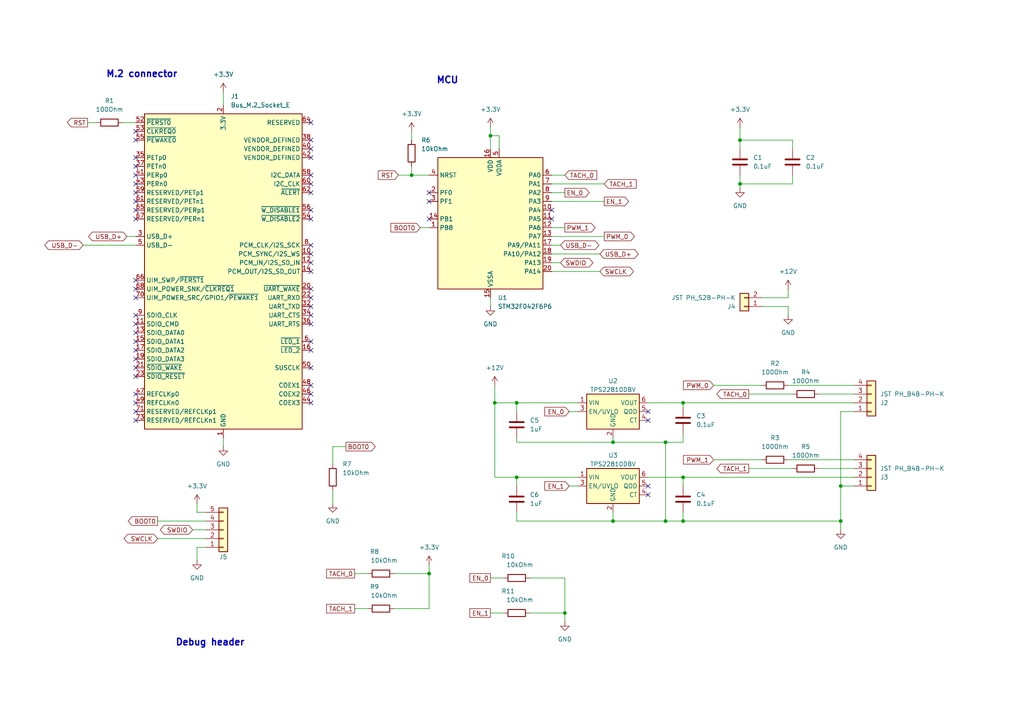
<source format=kicad_sch>
(kicad_sch (version 20250114) (generator "eeschema") (generator_version "9.0")
  (paper "A4")
  (lib_symbols
    (symbol "Connector:Bus_M.2_Socket_E"
      (property "Reference" "J" (at -22.86 46.99 0))
      (property "Value" "Bus_M.2_Socket_E" (at 16.51 46.99 0))
      (symbol "Bus_M.2_Socket_E_0_1"
        (rectangle (start -22.86 45.72) (end 22.86 -45.72) (stroke (width 0.254)) (fill (type background)))
      )
      (symbol "Bus_M.2_Socket_E_1_1"
        (pin output line (at -25.4 43.18 0) (length 2.54) (name "~{PERST0}") (number "52"))
        (pin bidirectional line (at -25.4 40.64 0) (length 2.54) (name "~{CLKREQ0}") (number "53"))
        (pin bidirectional line (at -25.4 38.1 0) (length 2.54) (name "~{PEWAKE0}") (number "55"))
        (pin output line (at -25.4 33.02 0) (length 2.54) (name "PETp0") (number "35"))
        (pin output line (at -25.4 30.48 0) (length 2.54) (name "PETn0") (number "37"))
        (pin input line (at -25.4 27.94 0) (length 2.54) (name "PERp0") (number "41"))
        (pin input line (at -25.4 25.4 0) (length 2.54) (name "PERn0") (number "43"))
        (pin output line (at -25.4 22.86 0) (length 2.54) (name "RESERVED/PETp1") (number "59"))
        (pin output line (at -25.4 20.32 0) (length 2.54) (name "RESERVED/PETn1") (number "61"))
        (pin input line (at -25.4 17.78 0) (length 2.54) (name "RESERVED/PERp1") (number "65"))
        (pin input line (at -25.4 15.24 0) (length 2.54) (name "RESERVED/PERn1") (number "67"))
        (pin bidirectional line (at -25.4 10.16 0) (length 2.54) (name "USB_D+") (number "3"))
        (pin bidirectional line (at -25.4 7.62 0) (length 2.54) (name "USB_D-") (number "5"))
        (pin output line (at -25.4 -2.54 0) (length 2.54) (name "UIM_SWP/~{PERST1}") (number "66"))
        (pin bidirectional line (at -25.4 -5.08 0) (length 2.54) (name "UIM_POWER_SNK/~{CLKREQ1}") (number "68"))
        (pin bidirectional line (at -25.4 -7.62 0) (length 2.54) (name "UIM_POWER_SRC/GPIO1/~{PEWAKE1}") (number "70"))
        (pin output line (at -25.4 -12.7 0) (length 2.54) (name "SDIO_CLK") (number "9"))
        (pin bidirectional line (at -25.4 -15.24 0) (length 2.54) (name "SDIO_CMD") (number "11"))
        (pin bidirectional line (at -25.4 -17.78 0) (length 2.54) (name "SDIO_DATA0") (number "13"))
        (pin bidirectional line (at -25.4 -20.32 0) (length 2.54) (name "SDIO_DATA1") (number "15"))
        (pin bidirectional line (at -25.4 -22.86 0) (length 2.54) (name "SDIO_DATA2") (number "17"))
        (pin bidirectional line (at -25.4 -25.4 0) (length 2.54) (name "SDIO_DATA3") (number "19"))
        (pin input line (at -25.4 -27.94 0) (length 2.54) (name "~{SDIO_WAKE}") (number "21"))
        (pin output line (at -25.4 -30.48 0) (length 2.54) (name "~{SDIO_RESET}") (number "23"))
        (pin output line (at -25.4 -35.56 0) (length 2.54) (name "REFCLKp0") (number "47"))
        (pin output line (at -25.4 -38.1 0) (length 2.54) (name "REFCLKn0") (number "49"))
        (pin output line (at -25.4 -40.64 0) (length 2.54) (name "RESERVED/REFCLKp1") (number "71"))
        (pin output line (at -25.4 -43.18 0) (length 2.54) (name "RESERVED/REFCLKn1") (number "73"))
        (pin power_in line (at 0 48.26 270) (length 2.54) (name "3.3V") (number "2"))
        (pin passive line (at 0 48.26 270) (length 2.54) (hide yes) (name "3.3V") (number "4"))
        (pin passive line (at 0 48.26 270) (length 2.54) (hide yes) (name "3.3V") (number "72"))
        (pin passive line (at 0 48.26 270) (length 2.54) (hide yes) (name "3.3V") (number "74"))
        (pin power_in line (at 0 -48.26 90) (length 2.54) (name "GND") (number "1"))
        (pin passive line (at 0 -48.26 90) (length 2.54) (hide yes) (name "GND") (number "18"))
        (pin passive line (at 0 -48.26 90) (length 2.54) (hide yes) (name "GND") (number "33"))
        (pin passive line (at 0 -48.26 90) (length 2.54) (hide yes) (name "GND") (number "39"))
        (pin passive line (at 0 -48.26 90) (length 2.54) (hide yes) (name "GND") (number "45"))
        (pin passive line (at 0 -48.26 90) (length 2.54) (hide yes) (name "GND") (number "51"))
        (pin passive line (at 0 -48.26 90) (length 2.54) (hide yes) (name "GND") (number "57"))
        (pin passive line (at 0 -48.26 90) (length 2.54) (hide yes) (name "GND") (number "63"))
        (pin passive line (at 0 -48.26 90) (length 2.54) (hide yes) (name "GND") (number "69"))
        (pin passive line (at 0 -48.26 90) (length 2.54) (hide yes) (name "GND") (number "7"))
        (pin passive line (at 0 -48.26 90) (length 2.54) (hide yes) (name "GND") (number "75"))
        (pin passive line (at 25.4 43.18 180) (length 2.54) (name "RESERVED") (number "64"))
        (pin passive line (at 25.4 38.1 180) (length 2.54) (name "VENDOR_DEFINED") (number "38"))
        (pin passive line (at 25.4 35.56 180) (length 2.54) (name "VENDOR_DEFINED") (number "40"))
        (pin passive line (at 25.4 33.02 180) (length 2.54) (name "VENDOR_DEFINED") (number "42"))
        (pin bidirectional line (at 25.4 27.94 180) (length 2.54) (name "I2C_DATA") (number "58"))
        (pin output line (at 25.4 25.4 180) (length 2.54) (name "I2C_CLK") (number "60"))
        (pin input line (at 25.4 22.86 180) (length 2.54) (name "~{ALERT}") (number "62"))
        (pin output line (at 25.4 17.78 180) (length 2.54) (name "~{W_DISABLE1}") (number "56"))
        (pin output line (at 25.4 15.24 180) (length 2.54) (name "~{W_DISABLE2}") (number "54"))
        (pin bidirectional line (at 25.4 7.62 180) (length 2.54) (name "PCM_CLK/I2S_SCK") (number "8"))
        (pin bidirectional line (at 25.4 5.08 180) (length 2.54) (name "PCM_SYNC/I2S_WS") (number "10"))
        (pin input line (at 25.4 2.54 180) (length 2.54) (name "PCM_IN/I2S_SD_IN") (number "12"))
        (pin output line (at 25.4 0 180) (length 2.54) (name "PCM_OUT/I2S_SD_OUT") (number "14"))
        (pin input line (at 25.4 -5.08 180) (length 2.54) (name "~{UART_WAKE}") (number "20"))
        (pin input line (at 25.4 -7.62 180) (length 2.54) (name "UART_RXD") (number "22"))
        (pin output line (at 25.4 -10.16 180) (length 2.54) (name "UART_TXD") (number "32"))
        (pin input line (at 25.4 -12.7 180) (length 2.54) (name "UART_CTS") (number "34"))
        (pin output line (at 25.4 -15.24 180) (length 2.54) (name "UART_RTS") (number "36"))
        (pin open_collector line (at 25.4 -20.32 180) (length 2.54) (name "~{LED_1}") (number "6"))
        (pin open_collector line (at 25.4 -22.86 180) (length 2.54) (name "~{LED_2}") (number "16"))
        (pin output line (at 25.4 -27.94 180) (length 2.54) (name "SUSCLK") (number "50"))
        (pin bidirectional line (at 25.4 -33.02 180) (length 2.54) (name "COEX1") (number "48"))
        (pin bidirectional line (at 25.4 -35.56 180) (length 2.54) (name "COEX2") (number "46"))
        (pin bidirectional line (at 25.4 -38.1 180) (length 2.54) (name "COEX3") (number "44"))
      )
    )
    (symbol "Connector_Generic:Conn_01x02" (pin_names (offset 1.016) (hide yes))
      (property "Reference" "J" (at 0 2.54 0))
      (property "Value" "Conn_01x02" (at 0 -5.08 0))
      (symbol "Conn_01x02_1_1"
        (rectangle (start -1.27 1.27) (end 1.27 -3.81) (stroke (width 0.254)) (fill (type background)))
        (rectangle (start -1.27 0.127) (end 0 -0.127) (stroke (width 0.1524)))
        (rectangle (start -1.27 -2.413) (end 0 -2.667) (stroke (width 0.1524)))
        (pin passive line (at -5.08 0 0) (length 3.81) (name "Pin_1") (number "1"))
        (pin passive line (at -5.08 -2.54 0) (length 3.81) (name "Pin_2") (number "2"))
      )
    )
    (symbol "Connector_Generic:Conn_01x04" (pin_names (offset 1.016) (hide yes))
      (property "Reference" "J" (at 0 5.08 0))
      (property "Value" "Conn_01x04" (at 0 -7.62 0))
      (symbol "Conn_01x04_1_1"
        (rectangle (start -1.27 3.81) (end 1.27 -6.35) (stroke (width 0.254)) (fill (type background)))
        (rectangle (start -1.27 2.667) (end 0 2.413) (stroke (width 0.1524)))
        (rectangle (start -1.27 0.127) (end 0 -0.127) (stroke (width 0.1524)))
        (rectangle (start -1.27 -2.413) (end 0 -2.667) (stroke (width 0.1524)))
        (rectangle (start -1.27 -4.953) (end 0 -5.207) (stroke (width 0.1524)))
        (pin passive line (at -5.08 2.54 0) (length 3.81) (name "Pin_1") (number "1"))
        (pin passive line (at -5.08 0 0) (length 3.81) (name "Pin_2") (number "2"))
        (pin passive line (at -5.08 -2.54 0) (length 3.81) (name "Pin_3") (number "3"))
        (pin passive line (at -5.08 -5.08 0) (length 3.81) (name "Pin_4") (number "4"))
      )
    )
    (symbol "Connector_Generic:Conn_01x05" (pin_names (offset 1.016) (hide yes))
      (property "Reference" "J" (at 0 7.62 0))
      (property "Value" "Conn_01x05" (at 0 -7.62 0))
      (symbol "Conn_01x05_1_1"
        (rectangle (start -1.27 6.35) (end 1.27 -6.35) (stroke (width 0.254)) (fill (type background)))
        (rectangle (start -1.27 5.207) (end 0 4.953) (stroke (width 0.1524)))
        (rectangle (start -1.27 2.667) (end 0 2.413) (stroke (width 0.1524)))
        (rectangle (start -1.27 0.127) (end 0 -0.127) (stroke (width 0.1524)))
        (rectangle (start -1.27 -2.413) (end 0 -2.667) (stroke (width 0.1524)))
        (rectangle (start -1.27 -4.953) (end 0 -5.207) (stroke (width 0.1524)))
        (pin passive line (at -5.08 5.08 0) (length 3.81) (name "Pin_1") (number "1"))
        (pin passive line (at -5.08 2.54 0) (length 3.81) (name "Pin_2") (number "2"))
        (pin passive line (at -5.08 0 0) (length 3.81) (name "Pin_3") (number "3"))
        (pin passive line (at -5.08 -2.54 0) (length 3.81) (name "Pin_4") (number "4"))
        (pin passive line (at -5.08 -5.08 0) (length 3.81) (name "Pin_5") (number "5"))
      )
    )
    (symbol "Device:C" (pin_numbers (hide yes)) (pin_names (offset 0.254))
      (property "Reference" "C" (at 0.635 2.54 0))
      (property "Value" "C" (at 0.635 -2.54 0))
      (symbol "C_0_1"
        (polyline (pts (xy -2.032 0.762) (xy 2.032 0.762)) (stroke (width 0.508)))
        (polyline (pts (xy -2.032 -0.762) (xy 2.032 -0.762)) (stroke (width 0.508)))
      )
      (symbol "C_1_1"
        (pin passive line (at 0 3.81 270) (length 2.794) (name "~") (number "1"))
        (pin passive line (at 0 -3.81 90) (length 2.794) (name "~") (number "2"))
      )
    )
    (symbol "Device:R" (pin_numbers (hide yes)) (pin_names (offset 0))
      (property "Reference" "R" (at 2.032 0 90))
      (property "Value" "R" (at 0 0 90))
      (symbol "R_0_1"
        (rectangle (start -1.016 -2.54) (end 1.016 2.54) (stroke (width 0.254)))
      )
      (symbol "R_1_1"
        (pin passive line (at 0 3.81 270) (length 1.27) (name "~") (number "1"))
        (pin passive line (at 0 -3.81 90) (length 1.27) (name "~") (number "2"))
      )
    )
    (symbol "MCU_ST_STM32F0:STM32F042F6Px"
      (property "Reference" "U" (at -15.24 21.59 0))
      (property "Value" "STM32F042F6Px" (at 5.08 21.59 0))
      (symbol "STM32F042F6Px_0_1"
        (rectangle (start -15.24 -17.78) (end 15.24 20.32) (stroke (width 0.254)) (fill (type background)))
      )
      (symbol "STM32F042F6Px_1_1"
        (pin input line (at -17.78 15.24 0) (length 2.54) (name "NRST") (number "4"))
        (pin bidirectional line (at -17.78 10.16 0) (length 2.54) (name "PF0") (number "2"))
        (pin bidirectional line (at -17.78 7.62 0) (length 2.54) (name "PF1") (number "3"))
        (pin bidirectional line (at -17.78 2.54 0) (length 2.54) (name "PB1") (number "14"))
        (pin bidirectional line (at -17.78 0 0) (length 2.54) (name "PB8") (number "1"))
        (pin power_in line (at 0 22.86 270) (length 2.54) (name "VDD") (number "16"))
        (pin power_in line (at 0 -20.32 90) (length 2.54) (name "VSSA") (number "15"))
        (pin power_in line (at 2.54 22.86 270) (length 2.54) (name "VDDA") (number "5"))
        (pin bidirectional line (at 17.78 15.24 180) (length 2.54) (name "PA0") (number "6"))
        (pin bidirectional line (at 17.78 12.7 180) (length 2.54) (name "PA1") (number "7"))
        (pin bidirectional line (at 17.78 10.16 180) (length 2.54) (name "PA2") (number "8"))
        (pin bidirectional line (at 17.78 7.62 180) (length 2.54) (name "PA3") (number "9"))
        (pin bidirectional line (at 17.78 5.08 180) (length 2.54) (name "PA4") (number "10"))
        (pin bidirectional line (at 17.78 2.54 180) (length 2.54) (name "PA5") (number "11"))
        (pin bidirectional line (at 17.78 0 180) (length 2.54) (name "PA6") (number "12"))
        (pin bidirectional line (at 17.78 -2.54 180) (length 2.54) (name "PA7") (number "13"))
        (pin bidirectional line (at 17.78 -5.08 180) (length 2.54) (name "PA9/PA11") (number "17"))
        (pin bidirectional line (at 17.78 -7.62 180) (length 2.54) (name "PA10/PA12") (number "18"))
        (pin bidirectional line (at 17.78 -10.16 180) (length 2.54) (name "PA13") (number "19"))
        (pin bidirectional line (at 17.78 -12.7 180) (length 2.54) (name "PA14") (number "20"))
      )
    )
    (symbol "Power_Management:TPS22810DBV"
      (property "Reference" "U2" (at 0 10.16 0))
      (property "Value" "TPS22810DBV" (at 0 7.62 0))
      (symbol "TPS22810DBV_1_1"
        (rectangle (start -7.62 5.08) (end 7.62 -5.08) (stroke (width 0.254)) (fill (type background)))
        (pin power_in line (at -10.16 2.54 0) (length 2.54) (name "VIN") (number "1"))
        (pin input line (at -10.16 0 0) (length 2.54) (name "EN/UVLO") (number "3"))
        (pin power_in line (at 0 -7.62 90) (length 2.54) (name "GND") (number "2"))
        (pin power_out line (at 10.16 2.54 180) (length 2.54) (name "VOUT") (number "6"))
        (pin open_collector line (at 10.16 0 180) (length 2.54) (name "QOD") (number "5"))
        (pin output line (at 10.16 -2.54 180) (length 2.54) (name "CT") (number "4"))
      )
    )
    (symbol "power:+12V" (power) (pin_numbers (hide yes)) (pin_names (offset 0) (hide yes))
      (property "Value" "+12V" (at 0 3.556 0))
      (symbol "+12V_0_1"
        (polyline (pts (xy -0.762 1.27) (xy 0 2.54)))
        (polyline (pts (xy 0 2.54) (xy 0.762 1.27)))
        (polyline (pts (xy 0 0) (xy 0 2.54)))
      )
      (symbol "+12V_1_1"
        (pin power_in line (at 0 0 90) (length 0) (name "~") (number "1"))
      )
    )
    (symbol "power:+3.3V" (power) (pin_numbers (hide yes)) (pin_names (offset 0) (hide yes))
      (property "Value" "+3.3V" (at 0 3.556 0))
      (symbol "+3.3V_0_1"
        (polyline (pts (xy -0.762 1.27) (xy 0 2.54)))
        (polyline (pts (xy 0 2.54) (xy 0.762 1.27)))
        (polyline (pts (xy 0 0) (xy 0 2.54)))
      )
      (symbol "+3.3V_1_1"
        (pin power_in line (at 0 0 90) (length 0) (name "~") (number "1"))
      )
    )
    (symbol "power:GND" (power) (pin_numbers (hide yes)) (pin_names (offset 0) (hide yes))
      (property "Value" "GND" (at 0 -3.81 0))
      (symbol "GND_0_1"
        (polyline (pts (xy 0 0) (xy 0 -1.27) (xy 1.27 -1.27) (xy 0 -2.54) (xy -1.27 -1.27) (xy 0 -1.27)))
      )
      (symbol "GND_1_1"
        (pin power_in line (at 0 0 270) (length 0) (name "~") (number "1"))
      )
    )
  )
  (text "M.2 connector" (at 41.148 21.59 0) (effects (font (size 1.905 1.905) (thickness 0.381) (bold yes))))
  (text "MCU\n" (at 129.794 23.368 0) (effects (font (size 1.905 1.905) (thickness 0.381) (bold yes))))
  (text "Debug header" (at 60.96 186.436 0) (effects (font (size 1.905 1.905) (thickness 0.381) (bold yes))))
  (junction (at 177.8 128.27))
  (junction (at 193.04 151.13))
  (junction (at 193.04 128.27))
  (junction (at 149.86 138.43))
  (junction (at 214.63 40.64))
  (junction (at 243.84 140.97))
  (junction (at 198.12 151.13))
  (junction (at 143.51 116.84))
  (junction (at 149.86 116.84))
  (junction (at 119.38 50.8))
  (junction (at 124.46 166.37))
  (junction (at 243.84 151.13))
  (junction (at 214.63 53.34))
  (junction (at 142.24 39.37))
  (junction (at 163.83 177.8))
  (junction (at 177.8 151.13))
  (junction (at 198.12 116.84))
  (junction (at 198.12 138.43))
  (no_connect (at 39.37 116.84))
  (no_connect (at 90.17 60.96))
  (no_connect (at 90.17 111.76))
  (no_connect (at 124.46 58.42))
  (no_connect (at 39.37 91.44))
  (no_connect (at 90.17 88.9))
  (no_connect (at 90.17 99.06))
  (no_connect (at 160.02 63.5))
  (no_connect (at 124.46 63.5))
  (no_connect (at 124.46 55.88))
  (no_connect (at 39.37 93.98))
  (no_connect (at 39.37 104.14))
  (no_connect (at 39.37 53.34))
  (no_connect (at 39.37 114.3))
  (no_connect (at 90.17 71.12))
  (no_connect (at 39.37 109.22))
  (no_connect (at 160.02 60.96))
  (no_connect (at 39.37 106.68))
  (no_connect (at 90.17 55.88))
  (no_connect (at 90.17 78.74))
  (no_connect (at 90.17 45.72))
  (no_connect (at 90.17 86.36))
  (no_connect (at 187.96 121.92))
  (no_connect (at 90.17 101.6))
  (no_connect (at 39.37 121.92))
  (no_connect (at 39.37 50.8))
  (no_connect (at 39.37 60.96))
  (no_connect (at 90.17 91.44))
  (no_connect (at 39.37 48.26))
  (no_connect (at 39.37 86.36))
  (no_connect (at 39.37 45.72))
  (no_connect (at 39.37 81.28))
  (no_connect (at 39.37 101.6))
  (no_connect (at 90.17 50.8))
  (no_connect (at 90.17 40.64))
  (no_connect (at 39.37 55.88))
  (no_connect (at 39.37 63.5))
  (no_connect (at 39.37 96.52))
  (no_connect (at 39.37 83.82))
  (no_connect (at 90.17 83.82))
  (no_connect (at 39.37 119.38))
  (no_connect (at 39.37 38.1))
  (no_connect (at 90.17 35.56))
  (no_connect (at 187.96 143.51))
  (no_connect (at 90.17 114.3))
  (no_connect (at 39.37 40.64))
  (no_connect (at 90.17 106.68))
  (no_connect (at 187.96 119.38))
  (no_connect (at 90.17 116.84))
  (no_connect (at 39.37 99.06))
  (no_connect (at 90.17 53.34))
  (no_connect (at 90.17 76.2))
  (no_connect (at 90.17 73.66))
  (no_connect (at 90.17 63.5))
  (no_connect (at 90.17 93.98))
  (no_connect (at 187.96 140.97))
  (no_connect (at 90.17 43.18))
  (no_connect (at 39.37 58.42))
  (wire (pts (xy 198.12 128.27) (xy 193.04 128.27)))
  (wire (pts (xy 45.72 156.21) (xy 59.69 156.21)))
  (wire (pts (xy 35.56 35.56) (xy 39.37 35.56)))
  (wire (pts (xy 114.3 176.53) (xy 124.46 176.53)))
  (wire (pts (xy 149.86 138.43) (xy 167.64 138.43)))
  (wire (pts (xy 149.86 116.84) (xy 167.64 116.84)))
  (wire (pts (xy 45.72 151.13) (xy 59.69 151.13)))
  (wire (pts (xy 96.52 142.24) (xy 96.52 146.05)))
  (wire (pts (xy 143.51 116.84) (xy 149.86 116.84)))
  (wire (pts (xy 142.24 177.8) (xy 146.05 177.8)))
  (wire (pts (xy 237.49 114.3) (xy 247.65 114.3)))
  (wire (pts (xy 193.04 151.13) (xy 198.12 151.13)))
  (wire (pts (xy 124.46 176.53) (xy 124.46 166.37)))
  (wire (pts (xy 198.12 125.73) (xy 198.12 128.27)))
  (wire (pts (xy 229.87 43.18) (xy 229.87 40.64)))
  (wire (pts (xy 160.02 58.42) (xy 175.26 58.42)))
  (wire (pts (xy 220.98 88.9) (xy 228.6 88.9)))
  (wire (pts (xy 149.86 148.59) (xy 149.86 151.13)))
  (wire (pts (xy 207.01 133.35) (xy 220.98 133.35)))
  (wire (pts (xy 121.92 66.04) (xy 124.46 66.04)))
  (wire (pts (xy 160.02 71.12) (xy 162.56 71.12)))
  (wire (pts (xy 64.77 127) (xy 64.77 129.54)))
  (wire (pts (xy 229.87 53.34) (xy 214.63 53.34)))
  (wire (pts (xy 143.51 138.43) (xy 149.86 138.43)))
  (wire (pts (xy 114.3 166.37) (xy 124.46 166.37)))
  (wire (pts (xy 243.84 140.97) (xy 247.65 140.97)))
  (wire (pts (xy 220.98 86.36) (xy 228.6 86.36)))
  (wire (pts (xy 57.15 146.05) (xy 57.15 148.59)))
  (wire (pts (xy 217.17 114.3) (xy 229.87 114.3)))
  (wire (pts (xy 198.12 148.59) (xy 198.12 151.13)))
  (wire (pts (xy 149.86 151.13) (xy 177.8 151.13)))
  (wire (pts (xy 177.8 128.27) (xy 193.04 128.27)))
  (wire (pts (xy 193.04 128.27) (xy 193.04 151.13)))
  (wire (pts (xy 55.88 153.67) (xy 59.69 153.67)))
  (wire (pts (xy 153.67 177.8) (xy 163.83 177.8)))
  (wire (pts (xy 243.84 140.97) (xy 243.84 151.13)))
  (wire (pts (xy 217.17 135.89) (xy 229.87 135.89)))
  (wire (pts (xy 142.24 39.37) (xy 144.78 39.37)))
  (wire (pts (xy 198.12 138.43) (xy 198.12 140.97)))
  (wire (pts (xy 198.12 138.43) (xy 247.65 138.43)))
  (wire (pts (xy 247.65 119.38) (xy 243.84 119.38)))
  (wire (pts (xy 160.02 76.2) (xy 162.56 76.2)))
  (wire (pts (xy 102.87 166.37) (xy 106.68 166.37)))
  (wire (pts (xy 228.6 86.36) (xy 228.6 83.82)))
  (wire (pts (xy 102.87 176.53) (xy 106.68 176.53)))
  (wire (pts (xy 160.02 66.04) (xy 163.83 66.04)))
  (wire (pts (xy 214.63 53.34) (xy 214.63 54.61)))
  (wire (pts (xy 160.02 78.74) (xy 173.99 78.74)))
  (wire (pts (xy 237.49 135.89) (xy 247.65 135.89)))
  (wire (pts (xy 165.1 119.38) (xy 167.64 119.38)))
  (wire (pts (xy 24.13 71.12) (xy 39.37 71.12)))
  (wire (pts (xy 142.24 43.18) (xy 142.24 39.37)))
  (wire (pts (xy 163.83 177.8) (xy 163.83 167.64)))
  (wire (pts (xy 228.6 88.9) (xy 228.6 91.44)))
  (wire (pts (xy 228.6 133.35) (xy 247.65 133.35)))
  (wire (pts (xy 187.96 116.84) (xy 198.12 116.84)))
  (wire (pts (xy 229.87 50.8) (xy 229.87 53.34)))
  (wire (pts (xy 119.38 50.8) (xy 124.46 50.8)))
  (wire (pts (xy 165.1 140.97) (xy 167.64 140.97)))
  (wire (pts (xy 207.01 111.76) (xy 220.98 111.76)))
  (wire (pts (xy 143.51 111.76) (xy 143.51 116.84)))
  (wire (pts (xy 228.6 111.76) (xy 247.65 111.76)))
  (wire (pts (xy 198.12 116.84) (xy 198.12 118.11)))
  (wire (pts (xy 160.02 53.34) (xy 175.26 53.34)))
  (wire (pts (xy 124.46 166.37) (xy 124.46 163.83)))
  (wire (pts (xy 153.67 167.64) (xy 163.83 167.64)))
  (wire (pts (xy 119.38 38.1) (xy 119.38 40.64)))
  (wire (pts (xy 198.12 151.13) (xy 243.84 151.13)))
  (wire (pts (xy 149.86 138.43) (xy 149.86 140.97)))
  (wire (pts (xy 142.24 167.64) (xy 146.05 167.64)))
  (wire (pts (xy 115.57 50.8) (xy 119.38 50.8)))
  (wire (pts (xy 57.15 148.59) (xy 59.69 148.59)))
  (wire (pts (xy 149.86 128.27) (xy 149.86 127)))
  (wire (pts (xy 119.38 48.26) (xy 119.38 50.8)))
  (wire (pts (xy 64.77 26.67) (xy 64.77 30.48)))
  (wire (pts (xy 142.24 86.36) (xy 142.24 88.9)))
  (wire (pts (xy 57.15 162.56) (xy 57.15 158.75)))
  (wire (pts (xy 229.87 40.64) (xy 214.63 40.64)))
  (wire (pts (xy 198.12 116.84) (xy 247.65 116.84)))
  (wire (pts (xy 142.24 36.83) (xy 142.24 39.37)))
  (wire (pts (xy 160.02 73.66) (xy 173.99 73.66)))
  (wire (pts (xy 214.63 40.64) (xy 214.63 43.18)))
  (wire (pts (xy 149.86 128.27) (xy 177.8 128.27)))
  (wire (pts (xy 96.52 129.54) (xy 96.52 134.62)))
  (wire (pts (xy 177.8 151.13) (xy 177.8 148.59)))
  (wire (pts (xy 177.8 127) (xy 177.8 128.27)))
  (wire (pts (xy 177.8 151.13) (xy 193.04 151.13)))
  (wire (pts (xy 96.52 129.54) (xy 100.33 129.54)))
  (wire (pts (xy 160.02 50.8) (xy 163.83 50.8)))
  (wire (pts (xy 214.63 50.8) (xy 214.63 53.34)))
  (wire (pts (xy 163.83 177.8) (xy 163.83 180.34)))
  (wire (pts (xy 187.96 138.43) (xy 198.12 138.43)))
  (wire (pts (xy 243.84 119.38) (xy 243.84 140.97)))
  (wire (pts (xy 160.02 68.58) (xy 175.26 68.58)))
  (wire (pts (xy 57.15 158.75) (xy 59.69 158.75)))
  (wire (pts (xy 149.86 116.84) (xy 149.86 119.38)))
  (wire (pts (xy 214.63 36.83) (xy 214.63 40.64)))
  (wire (pts (xy 36.83 68.58) (xy 39.37 68.58)))
  (wire (pts (xy 160.02 55.88) (xy 163.83 55.88)))
  (wire (pts (xy 143.51 116.84) (xy 143.51 138.43)))
  (wire (pts (xy 144.78 43.18) (xy 144.78 39.37)))
  (wire (pts (xy 25.4 35.56) (xy 27.94 35.56)))
  (wire (pts (xy 243.84 153.67) (xy 243.84 151.13)))
  (global_label "SWCLK" (shape bidirectional) (at 173.99 78.74 0) (property "Intersheetrefs" "${INTERSHEET_REFS}" (effects (hide yes))))
  (global_label "EN_0" (shape passive) (at 142.24 167.64 180) (property "Intersheetrefs" "${INTERSHEET_REFS}" (effects (hide yes))))
  (global_label "TACH_1" (shape input) (at 175.26 53.34 0) (property "Intersheetrefs" "${INTERSHEET_REFS}" (effects (hide yes))))
  (global_label "EN_1" (shape input) (at 165.1 140.97 180) (property "Intersheetrefs" "${INTERSHEET_REFS}" (effects (hide yes))))
  (global_label "SWCLK" (shape bidirectional) (at 45.72 156.21 180) (property "Intersheetrefs" "${INTERSHEET_REFS}" (effects (hide yes))))
  (global_label "EN_0" (shape output) (at 163.83 55.88 0) (property "Intersheetrefs" "${INTERSHEET_REFS}" (effects (hide yes))))
  (global_label "TACH_1" (shape output) (at 217.17 135.89 180) (property "Intersheetrefs" "${INTERSHEET_REFS}" (effects (hide yes))))
  (global_label "USB_D+" (shape bidirectional) (at 173.99 73.66 0) (property "Intersheetrefs" "${INTERSHEET_REFS}" (effects (hide yes))))
  (global_label "PWM_0" (shape input) (at 207.01 111.76 180) (property "Intersheetrefs" "${INTERSHEET_REFS}" (effects (hide yes))))
  (global_label "EN_0" (shape input) (at 165.1 119.38 180) (property "Intersheetrefs" "${INTERSHEET_REFS}" (effects (hide yes))))
  (global_label "PWM_1" (shape input) (at 207.01 133.35 180) (property "Intersheetrefs" "${INTERSHEET_REFS}" (effects (hide yes))))
  (global_label "BOOT0" (shape output) (at 100.33 129.54 0) (property "Intersheetrefs" "${INTERSHEET_REFS}" (effects (hide yes))))
  (global_label "BOOT0" (shape output) (at 45.72 151.13 180) (property "Intersheetrefs" "${INTERSHEET_REFS}" (effects (hide yes))))
  (global_label "TACH_1" (shape passive) (at 102.87 176.53 180) (property "Intersheetrefs" "${INTERSHEET_REFS}" (effects (hide yes))))
  (global_label "EN_1" (shape output) (at 175.26 58.42 0) (property "Intersheetrefs" "${INTERSHEET_REFS}" (effects (hide yes))))
  (global_label "TACH_0" (shape input) (at 163.83 50.8 0) (property "Intersheetrefs" "${INTERSHEET_REFS}" (effects (hide yes))))
  (global_label "BOOT0" (shape input) (at 121.92 66.04 180) (property "Intersheetrefs" "${INTERSHEET_REFS}" (effects (hide yes))))
  (global_label "RST" (shape input) (at 115.57 50.8 180) (property "Intersheetrefs" "${INTERSHEET_REFS}" (effects (hide yes))))
  (global_label "SWDIO" (shape bidirectional) (at 162.56 76.2 0) (property "Intersheetrefs" "${INTERSHEET_REFS}" (effects (hide yes))))
  (global_label "TACH_0" (shape passive) (at 102.87 166.37 180) (property "Intersheetrefs" "${INTERSHEET_REFS}" (effects (hide yes))))
  (global_label "PWM_1" (shape output) (at 163.83 66.04 0) (property "Intersheetrefs" "${INTERSHEET_REFS}" (effects (hide yes))))
  (global_label "USB_D+" (shape bidirectional) (at 36.83 68.58 180) (property "Intersheetrefs" "${INTERSHEET_REFS}" (effects (hide yes))))
  (global_label "RST" (shape output) (at 25.4 35.56 180) (property "Intersheetrefs" "${INTERSHEET_REFS}" (effects (hide yes))))
  (global_label "TACH_0" (shape output) (at 217.17 114.3 180) (property "Intersheetrefs" "${INTERSHEET_REFS}" (effects (hide yes))))
  (global_label "EN_1" (shape passive) (at 142.24 177.8 180) (property "Intersheetrefs" "${INTERSHEET_REFS}" (effects (hide yes))))
  (global_label "USB_D-" (shape bidirectional) (at 24.13 71.12 180) (property "Intersheetrefs" "${INTERSHEET_REFS}" (effects (hide yes))))
  (global_label "USB_D-" (shape bidirectional) (at 162.56 71.12 0) (property "Intersheetrefs" "${INTERSHEET_REFS}" (effects (hide yes))))
  (global_label "PWM_0" (shape output) (at 175.26 68.58 0) (property "Intersheetrefs" "${INTERSHEET_REFS}" (effects (hide yes))))
  (global_label "SWDIO" (shape bidirectional) (at 55.88 153.67 180) (property "Intersheetrefs" "${INTERSHEET_REFS}" (effects (hide yes))))
  (symbol (lib_id "power:+3.3V") (at 57.15 146.05 0) (unit 1)
    (property "Reference" "#PWR0101" (effects (hide yes)))
    (property "Value" "+3.3V" (at 57.15 140.97 0))
    (property "Description" "Power symbol creates a global label with name \"+3.3V\"" (effects (hide yes)))
  )
  (symbol (lib_id "Device:R") (at 110.49 176.53 270) (unit 1)
    (property "Reference" "R9" (at 109.982 170.18 90) (effects (justify right)))
    (property "Value" "10kOhm" (at 115.316 172.72 90) (effects (justify right)))
    (property "Footprint" "Resistor_SMD:R_0603_1608Metric_Pad0.98x0.95mm_HandSolder" (effects (hide yes)))
    (property "Description" "Resistor" (effects (hide yes)))
  )
  (symbol (lib_id "Device:R") (at 110.49 166.37 270) (unit 1)
    (property "Reference" "R8" (at 109.982 160.02 90) (effects (justify right)))
    (property "Value" "10kOhm" (at 115.316 162.56 90) (effects (justify right)))
    (property "Footprint" "Resistor_SMD:R_0603_1608Metric_Pad0.98x0.95mm_HandSolder" (effects (hide yes)))
    (property "Description" "Resistor" (effects (hide yes)))
  )
  (symbol (lib_id "power:GND") (at 214.63 54.61 0) (unit 1)
    (property "Reference" "#PWR04" (effects (hide yes)))
    (property "Value" "GND" (at 214.63 59.69 0))
    (property "Description" "Power symbol creates a global label with name \"GND\" , ground" (effects (hide yes)))
  )
  (symbol (lib_id "Device:C") (at 149.86 144.78 0) (unit 1)
    (property "Reference" "C6" (at 153.67 143.5099 0) (effects (justify left)))
    (property "Value" "1uF" (at 153.67 146.0499 0) (effects (justify left)))
    (property "Footprint" "Capacitor_SMD:C_0805_2012Metric_Pad1.18x1.45mm_HandSolder" (effects (hide yes)))
    (property "Description" "Unpolarized capacitor" (effects (hide yes)))
  )
  (symbol (lib_id "power:+3.3V") (at 64.77 26.67 0) (unit 1)
    (property "Reference" "#PWR01" (effects (hide yes)))
    (property "Value" "+3.3V" (at 64.77 21.59 0))
    (property "Description" "Power symbol creates a global label with name \"+3.3V\"" (effects (hide yes)))
  )
  (symbol (lib_id "Connector_Generic:Conn_01x05") (at 64.77 153.67 0) (mirror x) (unit 1)
    (property "Reference" "J5" (at 64.77 161.544 0))
    (property "Value" "Conn_02x02_Odd_Even" (effects (hide yes)))
    (property "Footprint" "Connector_PinHeader_1.27mm:PinHeader_1x05_P1.27mm_Vertical" (effects (hide yes)))
    (property "Description" "Generic connector, single row, 01x05, script generated (kicad-library-utils/schlib/autogen/connector/)" (effects (hide yes)))
  )
  (symbol (lib_id "Device:R") (at 31.75 35.56 90) (unit 1)
    (property "Reference" "R1" (at 31.75 29.21 90))
    (property "Value" "100Ohm" (at 31.75 31.75 90))
    (property "Footprint" "Resistor_SMD:R_0603_1608Metric_Pad0.98x0.95mm_HandSolder" (effects (hide yes)))
    (property "Description" "Resistor" (effects (hide yes)))
  )
  (symbol (lib_id "power:GND") (at 64.77 129.54 0) (unit 1)
    (property "Reference" "#PWR02" (effects (hide yes)))
    (property "Value" "GND" (at 64.77 134.62 0))
    (property "Description" "Power symbol creates a global label with name \"GND\" , ground" (effects (hide yes)))
  )
  (symbol (lib_id "Device:R") (at 149.86 177.8 270) (unit 1)
    (property "Reference" "R11" (at 149.352 171.45 90) (effects (justify right)))
    (property "Value" "10kOhm" (at 154.686 173.99 90) (effects (justify right)))
    (property "Footprint" "Resistor_SMD:R_0603_1608Metric_Pad0.98x0.95mm_HandSolder" (effects (hide yes)))
    (property "Description" "Resistor" (effects (hide yes)))
  )
  (symbol (lib_id "Connector_Generic:Conn_01x04") (at 252.73 116.84 0) (mirror x) (unit 1)
    (property "Reference" "J2" (at 255.27 116.8401 0) (effects (justify left)))
    (property "Value" "JST PH_B4B-PH-K" (at 255.27 114.3001 0) (effects (justify left)))
    (property "Footprint" "Connector_JST:JST_PH_B4B-PH-K_1x04_P2.00mm_Vertical" (effects (hide yes)))
    (property "Description" "Generic connector, single row, 01x04, script generated (kicad-library-utils/schlib/autogen/connector/)" (effects (hide yes)))
  )
  (symbol (lib_id "Device:C") (at 229.87 46.99 0) (unit 1)
    (property "Reference" "C2" (at 233.68 45.7199 0) (effects (justify left)))
    (property "Value" "0.1uF" (at 233.68 48.2599 0) (effects (justify left)))
    (property "Footprint" "Capacitor_SMD:C_0603_1608Metric_Pad1.08x0.95mm_HandSolder" (effects (hide yes)))
    (property "Description" "Unpolarized capacitor" (effects (hide yes)))
  )
  (symbol (lib_id "power:+3.3V") (at 124.46 163.83 0) (unit 1)
    (property "Reference" "#PWR014" (effects (hide yes)))
    (property "Value" "+3.3V" (at 124.46 158.75 0))
    (property "Description" "Power symbol creates a global label with name \"+3.3V\"" (effects (hide yes)))
  )
  (symbol (lib_id "MCU_ST_STM32F0:STM32F042F6Px") (at 142.24 66.04 0) (unit 1)
    (property "Reference" "U1" (at 144.3833 86.36 0) (effects (justify left)))
    (property "Value" "STM32F042F6P6" (at 144.3833 88.9 0) (effects (justify left)))
    (property "Footprint" "Package_SO:TSSOP-20_4.4x6.5mm_P0.65mm" (effects (hide yes)))
    (property "Datasheet" "https://www.st.com/resource/en/datasheet/stm32f042f6.pdf" (effects (hide yes)))
    (property "Description" "STMicroelectronics Arm Cortex-M0 MCU, 32KB flash, 6KB RAM, 48 MHz, 2.0-3.6V, 16 GPIO, TSSOP20" (effects (hide yes)))
  )
  (symbol (lib_id "Device:C") (at 198.12 144.78 0) (unit 1)
    (property "Reference" "C4" (at 201.93 143.5099 0) (effects (justify left)))
    (property "Value" "0.1uF" (at 201.93 146.0499 0) (effects (justify left)))
    (property "Footprint" "Capacitor_SMD:C_0603_1608Metric_Pad1.08x0.95mm_HandSolder" (effects (hide yes)))
    (property "Description" "Unpolarized capacitor" (effects (hide yes)))
  )
  (symbol (lib_id "Power_Management:TPS22810DBV") (at 177.8 119.38 0) (unit 1)
    (property "Reference" "U2" (at 177.8 110.49 0))
    (property "Value" "TPS22810DBV" (at 177.8 113.03 0))
    (property "Footprint" "Package_TO_SOT_SMD:SOT-23-6" (effects (hide yes)))
    (property "Datasheet" "http://www.ti.com/lit/ds/symlink/tps22810.pdf" (effects (hide yes)))
    (property "Description" "2.7..18V, 2A, 79mohms On-Resistance Load Switch With Thermal Protection, SOT-23-6" (effects (hide yes)))
  )
  (symbol (lib_id "Device:R") (at 96.52 138.43 0) (unit 1)
    (property "Reference" "R7" (at 99.314 134.62 0) (effects (justify left)))
    (property "Value" "10kOhm" (at 99.314 137.16 0) (effects (justify left)))
    (property "Footprint" "Resistor_SMD:R_0603_1608Metric_Pad0.98x0.95mm_HandSolder" (effects (hide yes)))
    (property "Description" "Resistor" (effects (hide yes)))
  )
  (symbol (lib_id "power:+12V") (at 228.6 83.82 0) (unit 1)
    (property "Reference" "#PWR011" (effects (hide yes)))
    (property "Value" "+12V" (at 228.6 78.74 0))
    (property "Description" "Power symbol creates a global label with name \"+12V\"" (effects (hide yes)))
  )
  (symbol (lib_id "power:GND") (at 142.24 88.9 0) (unit 1)
    (property "Reference" "#PWR06" (effects (hide yes)))
    (property "Value" "GND" (at 142.24 93.98 0))
    (property "Description" "Power symbol creates a global label with name \"GND\" , ground" (effects (hide yes)))
  )
  (symbol (lib_id "power:GND") (at 57.15 162.56 0) (unit 1)
    (property "Reference" "#PWR016" (effects (hide yes)))
    (property "Value" "GND" (at 57.15 167.64 0))
    (property "Description" "Power symbol creates a global label with name \"GND\" , ground" (effects (hide yes)))
  )
  (symbol (lib_id "Device:R") (at 119.38 44.45 0) (unit 1)
    (property "Reference" "R6" (at 122.174 40.64 0) (effects (justify left)))
    (property "Value" "10kOhm" (at 122.174 43.18 0) (effects (justify left)))
    (property "Footprint" "Resistor_SMD:R_0603_1608Metric_Pad0.98x0.95mm_HandSolder" (effects (hide yes)))
    (property "Description" "Resistor" (effects (hide yes)))
  )
  (symbol (lib_id "Device:R") (at 149.86 167.64 270) (unit 1)
    (property "Reference" "R10" (at 149.352 161.29 90) (effects (justify right)))
    (property "Value" "10kOhm" (at 154.686 163.83 90) (effects (justify right)))
    (property "Footprint" "Resistor_SMD:R_0603_1608Metric_Pad0.98x0.95mm_HandSolder" (effects (hide yes)))
    (property "Description" "Resistor" (effects (hide yes)))
  )
  (symbol (lib_id "power:GND") (at 163.83 180.34 0) (unit 1)
    (property "Reference" "#PWR015" (effects (hide yes)))
    (property "Value" "GND" (at 163.83 185.42 0))
    (property "Description" "Power symbol creates a global label with name \"GND\" , ground" (effects (hide yes)))
  )
  (symbol (lib_id "power:+3.3V") (at 142.24 36.83 0) (unit 1)
    (property "Reference" "#PWR05" (effects (hide yes)))
    (property "Value" "+3.3V" (at 142.24 31.75 0))
    (property "Description" "Power symbol creates a global label with name \"+3.3V\"" (effects (hide yes)))
  )
  (symbol (lib_id "Device:C") (at 198.12 121.92 0) (unit 1)
    (property "Reference" "C3" (at 201.93 120.6499 0) (effects (justify left)))
    (property "Value" "0.1uF" (at 201.93 123.1899 0) (effects (justify left)))
    (property "Footprint" "Capacitor_SMD:C_0603_1608Metric_Pad1.08x0.95mm_HandSolder" (effects (hide yes)))
    (property "Description" "Unpolarized capacitor" (effects (hide yes)))
  )
  (symbol (lib_id "Device:R") (at 224.79 133.35 90) (unit 1)
    (property "Reference" "R3" (at 224.79 127 90))
    (property "Value" "100Ohm" (at 224.79 129.54 90))
    (property "Footprint" "Resistor_SMD:R_0603_1608Metric_Pad0.98x0.95mm_HandSolder" (effects (hide yes)))
    (property "Description" "Resistor" (effects (hide yes)))
  )
  (symbol (lib_id "power:GND") (at 96.52 146.05 0) (unit 1)
    (property "Reference" "#PWR08" (effects (hide yes)))
    (property "Value" "GND" (at 96.52 151.13 0))
    (property "Description" "Power symbol creates a global label with name \"GND\" , ground" (effects (hide yes)))
  )
  (symbol (lib_id "Power_Management:TPS22810DBV") (at 177.8 140.97 0) (unit 1)
    (property "Reference" "U3" (at 177.8 132.08 0))
    (property "Value" "TPS22810DBV" (at 177.8 134.62 0))
    (property "Footprint" "Package_TO_SOT_SMD:SOT-23-6" (effects (hide yes)))
    (property "Datasheet" "http://www.ti.com/lit/ds/symlink/tps22810.pdf" (effects (hide yes)))
    (property "Description" "2.7..18V, 2A, 79mohms On-Resistance Load Switch With Thermal Protection, SOT-23-6" (effects (hide yes)))
  )
  (symbol (lib_id "power:+12V") (at 143.51 111.76 0) (unit 1)
    (property "Reference" "#PWR013" (effects (hide yes)))
    (property "Value" "+12V" (at 143.51 106.68 0))
    (property "Description" "Power symbol creates a global label with name \"+12V\"" (effects (hide yes)))
  )
  (symbol (lib_id "Connector_Generic:Conn_01x02") (at 215.9 88.9 180) (unit 1)
    (property "Reference" "J4" (at 213.36 88.9001 0) (effects (justify left)))
    (property "Value" "JST PH_S2B-PH-K" (at 213.36 86.3601 0) (effects (justify left)))
    (property "Footprint" "Connector_JST:JST_PH_B2B-PH-K_1x02_P2.00mm_Vertical" (effects (hide yes)))
    (property "Description" "Generic connector, single row, 01x02, script generated (kicad-library-utils/schlib/autogen/connector/)" (effects (hide yes)))
  )
  (symbol (lib_id "Device:C") (at 149.86 123.19 0) (unit 1)
    (property "Reference" "C5" (at 153.67 121.9199 0) (effects (justify left)))
    (property "Value" "1uF" (at 153.67 124.4599 0) (effects (justify left)))
    (property "Footprint" "Capacitor_SMD:C_0805_2012Metric_Pad1.18x1.45mm_HandSolder" (effects (hide yes)))
    (property "Description" "Unpolarized capacitor" (effects (hide yes)))
  )
  (symbol (lib_id "Device:R") (at 233.68 135.89 90) (unit 1)
    (property "Reference" "R5" (at 233.68 129.54 90))
    (property "Value" "100Ohm" (at 233.68 132.08 90))
    (property "Footprint" "Resistor_SMD:R_0603_1608Metric_Pad0.98x0.95mm_HandSolder" (effects (hide yes)))
    (property "Description" "Resistor" (effects (hide yes)))
  )
  (symbol (lib_id "power:+3.3V") (at 214.63 36.83 0) (unit 1)
    (property "Reference" "#PWR03" (effects (hide yes)))
    (property "Value" "+3.3V" (at 214.63 31.75 0))
    (property "Description" "Power symbol creates a global label with name \"+3.3V\"" (effects (hide yes)))
  )
  (symbol (lib_id "power:GND") (at 243.84 153.67 0) (unit 1)
    (property "Reference" "#PWR010" (effects (hide yes)))
    (property "Value" "GND" (at 243.84 158.75 0))
    (property "Description" "Power symbol creates a global label with name \"GND\" , ground" (effects (hide yes)))
  )
  (symbol (lib_id "Connector:Bus_M.2_Socket_E") (at 64.77 78.74 0) (unit 1)
    (property "Reference" "J1" (at 66.9133 27.94 0) (effects (justify left)))
    (property "Value" "Bus_M.2_Socket_E" (at 66.9133 30.48 0) (effects (justify left)))
    (property "Footprint" "Connector_PCBEdge:M.2_2230-xx-E" (effects (hide yes)))
    (property "Datasheet" "https://web.archive.org/web/20200613074028/http://read.pudn.com/downloads794/doc/project/3133918/PCIe_M.2_Electromechanical_Spec_Rev1.0_Final_11012013_RS_Clean.pdf#page=150" (effects (hide yes)))
    (property "Description" "M.2 Socket 1-SD Mechanical Key E" (effects (hide yes)))
  )
  (symbol (lib_id "Device:R") (at 233.68 114.3 90) (unit 1)
    (property "Reference" "R4" (at 233.68 107.95 90))
    (property "Value" "100Ohm" (at 233.68 110.49 90))
    (property "Footprint" "Resistor_SMD:R_0603_1608Metric_Pad0.98x0.95mm_HandSolder" (effects (hide yes)))
    (property "Description" "Resistor" (effects (hide yes)))
  )
  (symbol (lib_id "Connector_Generic:Conn_01x04") (at 252.73 138.43 0) (mirror x) (unit 1)
    (property "Reference" "J3" (at 255.27 138.4301 0) (effects (justify left)))
    (property "Value" "JST PH_B4B-PH-K" (at 255.27 135.8901 0) (effects (justify left)))
    (property "Footprint" "Connector_JST:JST_PH_B4B-PH-K_1x04_P2.00mm_Vertical" (effects (hide yes)))
    (property "Description" "Generic connector, single row, 01x04, script generated (kicad-library-utils/schlib/autogen/connector/)" (effects (hide yes)))
  )
  (symbol (lib_id "power:+3.3V") (at 119.38 38.1 0) (unit 1)
    (property "Reference" "#PWR07" (effects (hide yes)))
    (property "Value" "+3.3V" (at 119.38 33.02 0))
    (property "Description" "Power symbol creates a global label with name \"+3.3V\"" (effects (hide yes)))
  )
  (symbol (lib_id "power:GND") (at 228.6 91.44 0) (unit 1)
    (property "Reference" "#PWR012" (effects (hide yes)))
    (property "Value" "GND" (at 228.6 96.52 0))
    (property "Description" "Power symbol creates a global label with name \"GND\" , ground" (effects (hide yes)))
  )
  (symbol (lib_id "Device:C") (at 214.63 46.99 0) (unit 1)
    (property "Reference" "C1" (at 218.44 45.7199 0) (effects (justify left)))
    (property "Value" "0.1uF" (at 218.44 48.2599 0) (effects (justify left)))
    (property "Footprint" "Capacitor_SMD:C_0603_1608Metric_Pad1.08x0.95mm_HandSolder" (effects (hide yes)))
    (property "Description" "Unpolarized capacitor" (effects (hide yes)))
  )
  (symbol (lib_id "Device:R") (at 224.79 111.76 90) (unit 1)
    (property "Reference" "R2" (at 224.79 105.41 90))
    (property "Value" "100Ohm" (at 224.79 107.95 90))
    (property "Footprint" "Resistor_SMD:R_0603_1608Metric_Pad0.98x0.95mm_HandSolder" (effects (hide yes)))
    (property "Description" "Resistor" (effects (hide yes)))
  )
)
</source>
